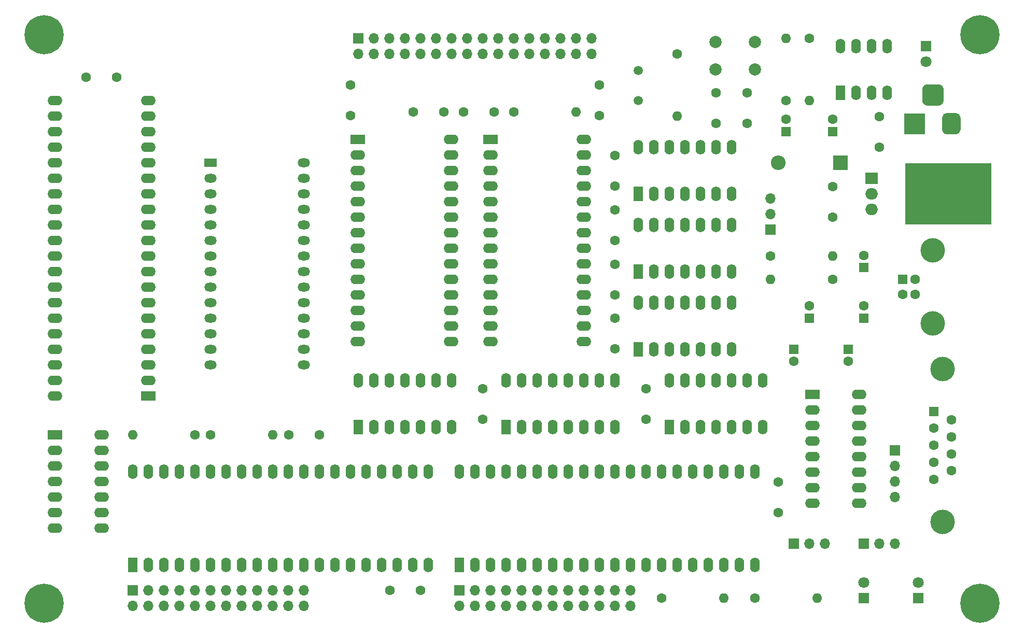
<source format=gts>
G04 #@! TF.GenerationSoftware,KiCad,Pcbnew,(5.1.10)-1*
G04 #@! TF.CreationDate,2021-10-19T19:54:43+02:00*
G04 #@! TF.ProjectId,6502-cent1,36353032-2d63-4656-9e74-312e6b696361,rev?*
G04 #@! TF.SameCoordinates,Original*
G04 #@! TF.FileFunction,Soldermask,Top*
G04 #@! TF.FilePolarity,Negative*
%FSLAX46Y46*%
G04 Gerber Fmt 4.6, Leading zero omitted, Abs format (unit mm)*
G04 Created by KiCad (PCBNEW (5.1.10)-1) date 2021-10-19 19:54:43*
%MOMM*%
%LPD*%
G01*
G04 APERTURE LIST*
%ADD10C,0.100000*%
%ADD11R,3.500000X3.500000*%
%ADD12C,1.600000*%
%ADD13O,1.600000X1.600000*%
%ADD14R,1.700000X1.700000*%
%ADD15O,1.700000X1.700000*%
%ADD16C,0.800000*%
%ADD17C,6.400000*%
%ADD18R,1.600000X2.400000*%
%ADD19O,1.600000X2.400000*%
%ADD20C,4.000000*%
%ADD21R,1.600000X1.600000*%
%ADD22O,2.000000X1.440000*%
%ADD23R,2.000000X1.440000*%
%ADD24C,1.500000*%
%ADD25O,2.400000X1.600000*%
%ADD26R,2.400000X1.600000*%
%ADD27O,2.000000X1.905000*%
%ADD28R,2.000000X1.905000*%
%ADD29O,3.500000X3.500000*%
%ADD30C,2.000000*%
%ADD31C,1.800000*%
%ADD32R,1.800000X1.800000*%
%ADD33O,2.400000X2.400000*%
%ADD34R,2.400000X2.400000*%
G04 APERTURE END LIST*
D10*
G36*
X178181000Y-54483000D02*
G01*
X164211000Y-54483000D01*
X164211000Y-44577000D01*
X178181000Y-44577000D01*
X178181000Y-54483000D01*
G37*
X178181000Y-54483000D02*
X164211000Y-54483000D01*
X164211000Y-44577000D01*
X178181000Y-44577000D01*
X178181000Y-54483000D01*
G36*
G01*
X170485000Y-32525000D02*
X170485000Y-34275000D01*
G75*
G02*
X169610000Y-35150000I-875000J0D01*
G01*
X167860000Y-35150000D01*
G75*
G02*
X166985000Y-34275000I0J875000D01*
G01*
X166985000Y-32525000D01*
G75*
G02*
X167860000Y-31650000I875000J0D01*
G01*
X169610000Y-31650000D01*
G75*
G02*
X170485000Y-32525000I0J-875000D01*
G01*
G37*
G36*
G01*
X173235000Y-37100000D02*
X173235000Y-39100000D01*
G75*
G02*
X172485000Y-39850000I-750000J0D01*
G01*
X170985000Y-39850000D01*
G75*
G02*
X170235000Y-39100000I0J750000D01*
G01*
X170235000Y-37100000D01*
G75*
G02*
X170985000Y-36350000I750000J0D01*
G01*
X172485000Y-36350000D01*
G75*
G02*
X173235000Y-37100000I0J-750000D01*
G01*
G37*
D11*
X165735000Y-38100000D03*
D12*
X160020000Y-36910000D03*
X160020000Y-41910000D03*
D13*
X110490000Y-36195000D03*
D12*
X100330000Y-36195000D03*
X152400000Y-48340000D03*
X152400000Y-53340000D03*
D14*
X146050000Y-106680000D03*
D15*
X148590000Y-106680000D03*
X151130000Y-106680000D03*
D16*
X178127056Y-114732944D03*
X176430000Y-114030000D03*
X174732944Y-114732944D03*
X174030000Y-116430000D03*
X174732944Y-118127056D03*
X176430000Y-118830000D03*
X178127056Y-118127056D03*
X178830000Y-116430000D03*
D17*
X176430000Y-116430000D03*
D16*
X25267056Y-114732944D03*
X23570000Y-114030000D03*
X21872944Y-114732944D03*
X21170000Y-116430000D03*
X21872944Y-118127056D03*
X23570000Y-118830000D03*
X25267056Y-118127056D03*
X25970000Y-116430000D03*
D17*
X23570000Y-116430000D03*
D16*
X178127056Y-21872944D03*
X176430000Y-21170000D03*
X174732944Y-21872944D03*
X174030000Y-23570000D03*
X174732944Y-25267056D03*
X176430000Y-25970000D03*
X178127056Y-25267056D03*
X178830000Y-23570000D03*
D17*
X176430000Y-23570000D03*
D16*
X25267056Y-21872944D03*
X23570000Y-21170000D03*
X21872944Y-21872944D03*
X21170000Y-23570000D03*
X21872944Y-25267056D03*
X23570000Y-25970000D03*
X25267056Y-25267056D03*
X25970000Y-23570000D03*
D17*
X23570000Y-23570000D03*
D15*
X162560000Y-99060000D03*
X162560000Y-96520000D03*
X162560000Y-93980000D03*
D14*
X162560000Y-91440000D03*
D18*
X38100000Y-110175000D03*
D19*
X86360000Y-94935000D03*
X40640000Y-110175000D03*
X83820000Y-94935000D03*
X43180000Y-110175000D03*
X81280000Y-94935000D03*
X45720000Y-110175000D03*
X78740000Y-94935000D03*
X48260000Y-110175000D03*
X76200000Y-94935000D03*
X50800000Y-110175000D03*
X73660000Y-94935000D03*
X53340000Y-110175000D03*
X71120000Y-94935000D03*
X55880000Y-110175000D03*
X68580000Y-94935000D03*
X58420000Y-110175000D03*
X66040000Y-94935000D03*
X60960000Y-110175000D03*
X63500000Y-94935000D03*
X63500000Y-110175000D03*
X60960000Y-94935000D03*
X66040000Y-110175000D03*
X58420000Y-94935000D03*
X68580000Y-110175000D03*
X55880000Y-94935000D03*
X71120000Y-110175000D03*
X53340000Y-94935000D03*
X73660000Y-110175000D03*
X50800000Y-94935000D03*
X76200000Y-110175000D03*
X48260000Y-94935000D03*
X78740000Y-110175000D03*
X45720000Y-94935000D03*
X81280000Y-110175000D03*
X43180000Y-94935000D03*
X83820000Y-110175000D03*
X40640000Y-94935000D03*
X86360000Y-110175000D03*
X38100000Y-94935000D03*
D14*
X38100000Y-114300000D03*
D15*
X38100000Y-116840000D03*
X40640000Y-114300000D03*
X40640000Y-116840000D03*
X43180000Y-114300000D03*
X43180000Y-116840000D03*
X45720000Y-114300000D03*
X45720000Y-116840000D03*
X48260000Y-114300000D03*
X48260000Y-116840000D03*
X50800000Y-114300000D03*
X50800000Y-116840000D03*
X53340000Y-114300000D03*
X53340000Y-116840000D03*
X55880000Y-114300000D03*
X55880000Y-116840000D03*
X58420000Y-114300000D03*
X58420000Y-116840000D03*
X60960000Y-114300000D03*
X60960000Y-116840000D03*
X63500000Y-114300000D03*
X63500000Y-116840000D03*
X66040000Y-114300000D03*
X66040000Y-116840000D03*
D20*
X170330000Y-78130000D03*
X170330000Y-103130000D03*
D12*
X171750000Y-94785000D03*
X171750000Y-92015000D03*
X171750000Y-89245000D03*
X171750000Y-86475000D03*
X168910000Y-96170000D03*
X168910000Y-93400000D03*
X168910000Y-90630000D03*
X168910000Y-87860000D03*
D21*
X168910000Y-85090000D03*
D19*
X153670000Y-25400000D03*
X161290000Y-33020000D03*
X156210000Y-25400000D03*
X158750000Y-33020000D03*
X158750000Y-25400000D03*
X156210000Y-33020000D03*
X161290000Y-25400000D03*
D18*
X153670000Y-33020000D03*
D22*
X66040000Y-77470000D03*
X50800000Y-77470000D03*
X66040000Y-74930000D03*
X50800000Y-74930000D03*
X66040000Y-72390000D03*
X50800000Y-72390000D03*
X66040000Y-69850000D03*
X50800000Y-69850000D03*
X66040000Y-67310000D03*
X50800000Y-67310000D03*
X66040000Y-64770000D03*
X50800000Y-64770000D03*
X66040000Y-62230000D03*
X50800000Y-62230000D03*
X66040000Y-59690000D03*
X50800000Y-59690000D03*
X66040000Y-57150000D03*
X50800000Y-57150000D03*
X66040000Y-54610000D03*
X50800000Y-54610000D03*
X66040000Y-52070000D03*
X50800000Y-52070000D03*
X66040000Y-49530000D03*
X50800000Y-49530000D03*
X66040000Y-46990000D03*
X50800000Y-46990000D03*
X66040000Y-44450000D03*
D23*
X50800000Y-44450000D03*
D24*
X120650000Y-29390000D03*
X120650000Y-34290000D03*
D25*
X33020000Y-88900000D03*
X25400000Y-104140000D03*
X33020000Y-91440000D03*
X25400000Y-101600000D03*
X33020000Y-93980000D03*
X25400000Y-99060000D03*
X33020000Y-96520000D03*
X25400000Y-96520000D03*
X33020000Y-99060000D03*
X25400000Y-93980000D03*
X33020000Y-101600000D03*
X25400000Y-91440000D03*
X33020000Y-104140000D03*
D26*
X25400000Y-88900000D03*
D25*
X111760000Y-40640000D03*
X96520000Y-73660000D03*
X111760000Y-43180000D03*
X96520000Y-71120000D03*
X111760000Y-45720000D03*
X96520000Y-68580000D03*
X111760000Y-48260000D03*
X96520000Y-66040000D03*
X111760000Y-50800000D03*
X96520000Y-63500000D03*
X111760000Y-53340000D03*
X96520000Y-60960000D03*
X111760000Y-55880000D03*
X96520000Y-58420000D03*
X111760000Y-58420000D03*
X96520000Y-55880000D03*
X111760000Y-60960000D03*
X96520000Y-53340000D03*
X111760000Y-63500000D03*
X96520000Y-50800000D03*
X111760000Y-66040000D03*
X96520000Y-48260000D03*
X111760000Y-68580000D03*
X96520000Y-45720000D03*
X111760000Y-71120000D03*
X96520000Y-43180000D03*
X111760000Y-73660000D03*
D26*
X96520000Y-40640000D03*
D25*
X156718000Y-82296000D03*
X149098000Y-100076000D03*
X156718000Y-84836000D03*
X149098000Y-97536000D03*
X156718000Y-87376000D03*
X149098000Y-94996000D03*
X156718000Y-89916000D03*
X149098000Y-92456000D03*
X156718000Y-92456000D03*
X149098000Y-89916000D03*
X156718000Y-94996000D03*
X149098000Y-87376000D03*
X156718000Y-97536000D03*
X149098000Y-84836000D03*
X156718000Y-100076000D03*
D26*
X149098000Y-82296000D03*
D19*
X120650000Y-67310000D03*
X135890000Y-74930000D03*
X123190000Y-67310000D03*
X133350000Y-74930000D03*
X125730000Y-67310000D03*
X130810000Y-74930000D03*
X128270000Y-67310000D03*
X128270000Y-74930000D03*
X130810000Y-67310000D03*
X125730000Y-74930000D03*
X133350000Y-67310000D03*
X123190000Y-74930000D03*
X135890000Y-67310000D03*
D18*
X120650000Y-74930000D03*
X91440000Y-110175000D03*
D19*
X139700000Y-94935000D03*
X93980000Y-110175000D03*
X137160000Y-94935000D03*
X96520000Y-110175000D03*
X134620000Y-94935000D03*
X99060000Y-110175000D03*
X132080000Y-94935000D03*
X101600000Y-110175000D03*
X129540000Y-94935000D03*
X104140000Y-110175000D03*
X127000000Y-94935000D03*
X106680000Y-110175000D03*
X124460000Y-94935000D03*
X109220000Y-110175000D03*
X121920000Y-94935000D03*
X111760000Y-110175000D03*
X119380000Y-94935000D03*
X114300000Y-110175000D03*
X116840000Y-94935000D03*
X116840000Y-110175000D03*
X114300000Y-94935000D03*
X119380000Y-110175000D03*
X111760000Y-94935000D03*
X121920000Y-110175000D03*
X109220000Y-94935000D03*
X124460000Y-110175000D03*
X106680000Y-94935000D03*
X127000000Y-110175000D03*
X104140000Y-94935000D03*
X129540000Y-110175000D03*
X101600000Y-94935000D03*
X132080000Y-110175000D03*
X99060000Y-94935000D03*
X134620000Y-110175000D03*
X96520000Y-94935000D03*
X137160000Y-110175000D03*
X93980000Y-94935000D03*
X139700000Y-110175000D03*
X91440000Y-94935000D03*
X99060000Y-80010000D03*
X116840000Y-87630000D03*
X101600000Y-80010000D03*
X114300000Y-87630000D03*
X104140000Y-80010000D03*
X111760000Y-87630000D03*
X106680000Y-80010000D03*
X109220000Y-87630000D03*
X109220000Y-80010000D03*
X106680000Y-87630000D03*
X111760000Y-80010000D03*
X104140000Y-87630000D03*
X114300000Y-80010000D03*
X101600000Y-87630000D03*
X116840000Y-80010000D03*
D18*
X99060000Y-87630000D03*
D19*
X120650000Y-54610000D03*
X135890000Y-62230000D03*
X123190000Y-54610000D03*
X133350000Y-62230000D03*
X125730000Y-54610000D03*
X130810000Y-62230000D03*
X128270000Y-54610000D03*
X128270000Y-62230000D03*
X130810000Y-54610000D03*
X125730000Y-62230000D03*
X133350000Y-54610000D03*
X123190000Y-62230000D03*
X135890000Y-54610000D03*
D18*
X120650000Y-62230000D03*
D19*
X74930000Y-80010000D03*
X90170000Y-87630000D03*
X77470000Y-80010000D03*
X87630000Y-87630000D03*
X80010000Y-80010000D03*
X85090000Y-87630000D03*
X82550000Y-80010000D03*
X82550000Y-87630000D03*
X85090000Y-80010000D03*
X80010000Y-87630000D03*
X87630000Y-80010000D03*
X77470000Y-87630000D03*
X90170000Y-80010000D03*
D18*
X74930000Y-87630000D03*
X125730000Y-87630000D03*
D19*
X140970000Y-80010000D03*
X128270000Y-87630000D03*
X138430000Y-80010000D03*
X130810000Y-87630000D03*
X135890000Y-80010000D03*
X133350000Y-87630000D03*
X133350000Y-80010000D03*
X135890000Y-87630000D03*
X130810000Y-80010000D03*
X138430000Y-87630000D03*
X128270000Y-80010000D03*
X140970000Y-87630000D03*
X125730000Y-80010000D03*
X120650000Y-41910000D03*
X135890000Y-49530000D03*
X123190000Y-41910000D03*
X133350000Y-49530000D03*
X125730000Y-41910000D03*
X130810000Y-49530000D03*
X128270000Y-41910000D03*
X128270000Y-49530000D03*
X130810000Y-41910000D03*
X125730000Y-49530000D03*
X133350000Y-41910000D03*
X123190000Y-49530000D03*
X135890000Y-41910000D03*
D18*
X120650000Y-49530000D03*
D25*
X25400000Y-82550000D03*
X40640000Y-34290000D03*
X25400000Y-80010000D03*
X40640000Y-36830000D03*
X25400000Y-77470000D03*
X40640000Y-39370000D03*
X25400000Y-74930000D03*
X40640000Y-41910000D03*
X25400000Y-72390000D03*
X40640000Y-44450000D03*
X25400000Y-69850000D03*
X40640000Y-46990000D03*
X25400000Y-67310000D03*
X40640000Y-49530000D03*
X25400000Y-64770000D03*
X40640000Y-52070000D03*
X25400000Y-62230000D03*
X40640000Y-54610000D03*
X25400000Y-59690000D03*
X40640000Y-57150000D03*
X25400000Y-57150000D03*
X40640000Y-59690000D03*
X25400000Y-54610000D03*
X40640000Y-62230000D03*
X25400000Y-52070000D03*
X40640000Y-64770000D03*
X25400000Y-49530000D03*
X40640000Y-67310000D03*
X25400000Y-46990000D03*
X40640000Y-69850000D03*
X25400000Y-44450000D03*
X40640000Y-72390000D03*
X25400000Y-41910000D03*
X40640000Y-74930000D03*
X25400000Y-39370000D03*
X40640000Y-77470000D03*
X25400000Y-36830000D03*
X40640000Y-80010000D03*
X25400000Y-34290000D03*
D26*
X40640000Y-82550000D03*
D25*
X90010000Y-40640000D03*
X74770000Y-73660000D03*
X90010000Y-43180000D03*
X74770000Y-71120000D03*
X90010000Y-45720000D03*
X74770000Y-68580000D03*
X90010000Y-48260000D03*
X74770000Y-66040000D03*
X90010000Y-50800000D03*
X74770000Y-63500000D03*
X90010000Y-53340000D03*
X74770000Y-60960000D03*
X90010000Y-55880000D03*
X74770000Y-58420000D03*
X90010000Y-58420000D03*
X74770000Y-55880000D03*
X90010000Y-60960000D03*
X74770000Y-53340000D03*
X90010000Y-63500000D03*
X74770000Y-50800000D03*
X90010000Y-66040000D03*
X74770000Y-48260000D03*
X90010000Y-68580000D03*
X74770000Y-45720000D03*
X90010000Y-71120000D03*
X74770000Y-43180000D03*
X90010000Y-73660000D03*
D26*
X74770000Y-40640000D03*
D27*
X158750000Y-52070000D03*
X158750000Y-49530000D03*
D28*
X158750000Y-46990000D03*
D29*
X175410000Y-49530000D03*
D30*
X133200000Y-29210000D03*
X133200000Y-24710000D03*
X139700000Y-29210000D03*
X139700000Y-24710000D03*
D13*
X149860000Y-115570000D03*
D12*
X139700000Y-115570000D03*
D13*
X134620000Y-115570000D03*
D12*
X124460000Y-115570000D03*
D13*
X127000000Y-36830000D03*
D12*
X127000000Y-26670000D03*
X152400000Y-63500000D03*
D13*
X142240000Y-63500000D03*
X60960000Y-88900000D03*
D12*
X50800000Y-88900000D03*
D13*
X38100000Y-88900000D03*
D12*
X48260000Y-88900000D03*
D13*
X144780000Y-24130000D03*
D12*
X144780000Y-34290000D03*
D13*
X148590000Y-34290000D03*
D12*
X148590000Y-24130000D03*
D13*
X152400000Y-59690000D03*
D12*
X142240000Y-59690000D03*
D14*
X157480000Y-106680000D03*
D15*
X160020000Y-106680000D03*
X162560000Y-106680000D03*
X142240000Y-50292000D03*
X142240000Y-52832000D03*
D14*
X142240000Y-55372000D03*
D20*
X168690000Y-58750000D03*
X168690000Y-70750000D03*
D12*
X165830000Y-63500000D03*
X165830000Y-66000000D03*
X163830000Y-66000000D03*
D21*
X163830000Y-63500000D03*
D14*
X91440000Y-114300000D03*
D15*
X91440000Y-116840000D03*
X93980000Y-114300000D03*
X93980000Y-116840000D03*
X96520000Y-114300000D03*
X96520000Y-116840000D03*
X99060000Y-114300000D03*
X99060000Y-116840000D03*
X101600000Y-114300000D03*
X101600000Y-116840000D03*
X104140000Y-114300000D03*
X104140000Y-116840000D03*
X106680000Y-114300000D03*
X106680000Y-116840000D03*
X109220000Y-114300000D03*
X109220000Y-116840000D03*
X111760000Y-114300000D03*
X111760000Y-116840000D03*
X114300000Y-114300000D03*
X114300000Y-116840000D03*
X116840000Y-114300000D03*
X116840000Y-116840000D03*
X119380000Y-114300000D03*
X119380000Y-116840000D03*
X113030000Y-26670000D03*
X113030000Y-24130000D03*
X110490000Y-26670000D03*
X110490000Y-24130000D03*
X107950000Y-26670000D03*
X107950000Y-24130000D03*
X105410000Y-26670000D03*
X105410000Y-24130000D03*
X102870000Y-26670000D03*
X102870000Y-24130000D03*
X100330000Y-26670000D03*
X100330000Y-24130000D03*
X97790000Y-26670000D03*
X97790000Y-24130000D03*
X95250000Y-26670000D03*
X95250000Y-24130000D03*
X92710000Y-26670000D03*
X92710000Y-24130000D03*
X90170000Y-26670000D03*
X90170000Y-24130000D03*
X87630000Y-26670000D03*
X87630000Y-24130000D03*
X85090000Y-26670000D03*
X85090000Y-24130000D03*
X82550000Y-26670000D03*
X82550000Y-24130000D03*
X80010000Y-26670000D03*
X80010000Y-24130000D03*
X77470000Y-26670000D03*
X77470000Y-24130000D03*
X74930000Y-26670000D03*
D14*
X74930000Y-24130000D03*
D31*
X166370000Y-113030000D03*
D32*
X166370000Y-115570000D03*
D31*
X157480000Y-113030000D03*
D32*
X157480000Y-115570000D03*
X167640000Y-25400000D03*
D31*
X167640000Y-27940000D03*
D33*
X143510000Y-44450000D03*
D34*
X153670000Y-44450000D03*
D12*
X116840000Y-61040000D03*
X116840000Y-66040000D03*
X116840000Y-74850000D03*
X116840000Y-69850000D03*
X114300000Y-36750000D03*
X114300000Y-31750000D03*
X146050000Y-76930000D03*
D21*
X146050000Y-74930000D03*
D12*
X157480000Y-67850000D03*
D21*
X157480000Y-69850000D03*
D12*
X97075000Y-36195000D03*
X92075000Y-36195000D03*
X148590000Y-67850000D03*
D21*
X148590000Y-69850000D03*
D12*
X154940000Y-76930000D03*
D21*
X154940000Y-74930000D03*
D12*
X157480000Y-59595000D03*
D21*
X157480000Y-61595000D03*
D12*
X143510000Y-96600000D03*
X143510000Y-101600000D03*
X85090000Y-114300000D03*
X80090000Y-114300000D03*
X95250000Y-81360000D03*
X95250000Y-86360000D03*
X116840000Y-52150000D03*
X116840000Y-57150000D03*
X63580000Y-88900000D03*
X68580000Y-88900000D03*
X121920000Y-81360000D03*
X121920000Y-86360000D03*
X116840000Y-43260000D03*
X116840000Y-48260000D03*
X83900000Y-36195000D03*
X88900000Y-36195000D03*
X73660000Y-36750000D03*
X73660000Y-31750000D03*
X35480000Y-30480000D03*
X30480000Y-30480000D03*
X152400000Y-37370000D03*
D21*
X152400000Y-39370000D03*
D12*
X133350000Y-38020000D03*
X133350000Y-33020000D03*
X138430000Y-38020000D03*
X138430000Y-33020000D03*
X144780000Y-37370000D03*
D21*
X144780000Y-39370000D03*
M02*

</source>
